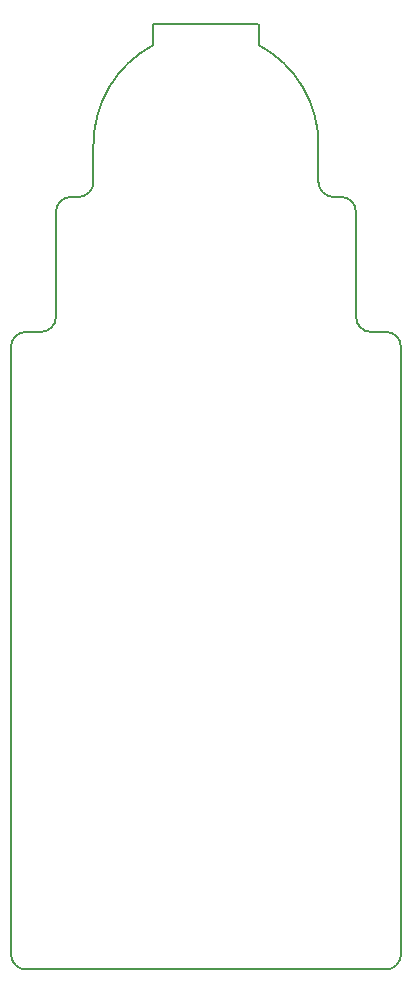
<source format=gbr>
G04 #@! TF.GenerationSoftware,KiCad,Pcbnew,5.0.2-bee76a0~70~ubuntu18.04.1*
G04 #@! TF.CreationDate,2019-11-16T15:20:31+01:00*
G04 #@! TF.ProjectId,Eierland,45696572-6c61-46e6-942e-6b696361645f,rev?*
G04 #@! TF.SameCoordinates,Original*
G04 #@! TF.FileFunction,Profile,NP*
%FSLAX46Y46*%
G04 Gerber Fmt 4.6, Leading zero omitted, Abs format (unit mm)*
G04 Created by KiCad (PCBNEW 5.0.2-bee76a0~70~ubuntu18.04.1) date za 16 nov 2019 15:20:31 CET*
%MOMM*%
%LPD*%
G01*
G04 APERTURE LIST*
%ADD10C,0.150000*%
%ADD11C,0.200000*%
G04 APERTURE END LIST*
D10*
X116840000Y-147320000D02*
G75*
G02X115570000Y-146050000I0J1270000D01*
G01*
X148590000Y-146050000D02*
G75*
G02X147320000Y-147320000I-1270000J0D01*
G01*
X146050000Y-93345000D02*
G75*
G02X144780000Y-92075000I0J1270000D01*
G01*
D11*
X115570000Y-94615000D02*
G75*
G02X116840000Y-93345000I1270000J0D01*
G01*
X119380000Y-92075000D02*
G75*
G02X118110000Y-93345000I-1270000J0D01*
G01*
X119380000Y-83185000D02*
G75*
G02X120650000Y-81915000I1270000J0D01*
G01*
X122555000Y-80645000D02*
G75*
G02X121285000Y-81915000I-1270000J0D01*
G01*
X142875000Y-81915000D02*
G75*
G02X141605000Y-80645000I0J1270000D01*
G01*
X143510000Y-81915000D02*
G75*
G02X144780000Y-83185000I0J-1270000D01*
G01*
X147320000Y-93345000D02*
G75*
G02X148590000Y-94615000I0J-1270000D01*
G01*
D10*
X136580880Y-69080380D02*
X136530080Y-67315080D01*
X127564310Y-69083453D02*
G75*
G03X122555000Y-77470000I4515690J-8386547D01*
G01*
X136595801Y-69083513D02*
G75*
G02X141605000Y-77470000I-4515801J-8386487D01*
G01*
X127635000Y-67310000D02*
X127576580Y-69082920D01*
X136525000Y-67310000D02*
X127635000Y-67310000D01*
X115570000Y-94615000D02*
X115570000Y-146050000D01*
X118110000Y-93345000D02*
X116840000Y-93345000D01*
X119380000Y-83185000D02*
X119380000Y-92075000D01*
X121285000Y-81915000D02*
X120650000Y-81915000D01*
X122555000Y-77470000D02*
X122555000Y-80645000D01*
X141605000Y-80645000D02*
X141605000Y-77470000D01*
X143510000Y-81915000D02*
X142875000Y-81915000D01*
X144780000Y-92075000D02*
X144780000Y-83185000D01*
X147320000Y-93345000D02*
X146050000Y-93345000D01*
X148590000Y-146050000D02*
X148590000Y-94615000D01*
X116840000Y-147320000D02*
X147320000Y-147320000D01*
M02*

</source>
